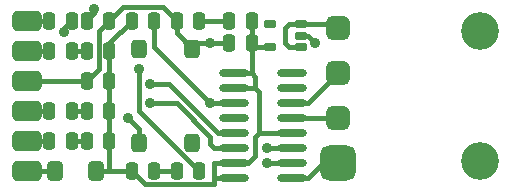
<source format=gbr>
%TF.GenerationSoftware,KiCad,Pcbnew,7.0.5*%
%TF.CreationDate,2023-10-06T16:43:15+02:00*%
%TF.ProjectId,USBTTLPGM_00,55534254-544c-4504-974d-5f30302e6b69,00*%
%TF.SameCoordinates,PX8b8aa80PY5faea10*%
%TF.FileFunction,Copper,L1,Top*%
%TF.FilePolarity,Positive*%
%FSLAX46Y46*%
G04 Gerber Fmt 4.6, Leading zero omitted, Abs format (unit mm)*
G04 Created by KiCad (PCBNEW 7.0.5) date 2023-10-06 16:43:15*
%MOMM*%
%LPD*%
G01*
G04 APERTURE LIST*
G04 Aperture macros list*
%AMRoundRect*
0 Rectangle with rounded corners*
0 $1 Rounding radius*
0 $2 $3 $4 $5 $6 $7 $8 $9 X,Y pos of 4 corners*
0 Add a 4 corners polygon primitive as box body*
4,1,4,$2,$3,$4,$5,$6,$7,$8,$9,$2,$3,0*
0 Add four circle primitives for the rounded corners*
1,1,$1+$1,$2,$3*
1,1,$1+$1,$4,$5*
1,1,$1+$1,$6,$7*
1,1,$1+$1,$8,$9*
0 Add four rect primitives between the rounded corners*
20,1,$1+$1,$2,$3,$4,$5,0*
20,1,$1+$1,$4,$5,$6,$7,0*
20,1,$1+$1,$6,$7,$8,$9,0*
20,1,$1+$1,$8,$9,$2,$3,0*%
G04 Aperture macros list end*
%TA.AperFunction,ComponentPad*%
%ADD10RoundRect,0.750000X-0.750000X-0.750000X0.750000X-0.750000X0.750000X0.750000X-0.750000X0.750000X0*%
%TD*%
%TA.AperFunction,ComponentPad*%
%ADD11RoundRect,0.500000X-0.500000X-0.500000X0.500000X-0.500000X0.500000X0.500000X-0.500000X0.500000X0*%
%TD*%
%TA.AperFunction,SMDPad,CuDef*%
%ADD12RoundRect,0.250000X-0.250000X-0.475000X0.250000X-0.475000X0.250000X0.475000X-0.250000X0.475000X0*%
%TD*%
%TA.AperFunction,SMDPad,CuDef*%
%ADD13RoundRect,0.250000X0.250000X0.475000X-0.250000X0.475000X-0.250000X-0.475000X0.250000X-0.475000X0*%
%TD*%
%TA.AperFunction,SMDPad,CuDef*%
%ADD14RoundRect,0.317500X0.952500X0.000000X-0.952500X0.000000X-0.952500X0.000000X0.952500X0.000000X0*%
%TD*%
%TA.AperFunction,SMDPad,CuDef*%
%ADD15RoundRect,0.150000X0.400000X0.150000X-0.400000X0.150000X-0.400000X-0.150000X0.400000X-0.150000X0*%
%TD*%
%TA.AperFunction,SMDPad,CuDef*%
%ADD16RoundRect,0.325000X0.325000X-0.450000X0.325000X0.450000X-0.325000X0.450000X-0.325000X-0.450000X0*%
%TD*%
%TA.AperFunction,ComponentPad*%
%ADD17RoundRect,0.437500X0.812500X0.437500X-0.812500X0.437500X-0.812500X-0.437500X0.812500X-0.437500X0*%
%TD*%
%TA.AperFunction,SMDPad,CuDef*%
%ADD18RoundRect,0.325000X-0.325000X-0.525000X0.325000X-0.525000X0.325000X0.525000X-0.325000X0.525000X0*%
%TD*%
%TA.AperFunction,ViaPad*%
%ADD19C,3.200000*%
%TD*%
%TA.AperFunction,ViaPad*%
%ADD20C,0.900000*%
%TD*%
%TA.AperFunction,Conductor*%
%ADD21C,0.406400*%
%TD*%
G04 APERTURE END LIST*
D10*
%TO.P,CN4,1,1*%
%TO.N,GND*%
X6715000Y-5715000D03*
%TD*%
D11*
%TO.P,CN3,1,1*%
%TO.N,Net-(IC2-USBDP)*%
X6715000Y-1905000D03*
%TD*%
%TO.P,CN2,1,1*%
%TO.N,Net-(IC2-USBDM)*%
X6715000Y1905000D03*
%TD*%
%TO.P,CN1,1,1*%
%TO.N,Net-(IC1-EN)*%
X6715000Y5715000D03*
%TD*%
D12*
%TO.P,LD5,A,A*%
%TO.N,Net-(D1-A)*%
X-590000Y6350000D03*
%TO.P,LD5,C,C*%
%TO.N,Net-(LD5-PadC)*%
X-2490000Y6350000D03*
%TD*%
%TO.P,LD4,A,A*%
%TO.N,Net-(LD4-PadA)*%
X-15830000Y-1270000D03*
%TO.P,LD4,C,C*%
%TO.N,Net-(IC2-RXD)*%
X-17730000Y-1270000D03*
%TD*%
D13*
%TO.P,LD2,A,A*%
%TO.N,Net-(LD2-PadA)*%
X-6935000Y-6350000D03*
%TO.P,LD2,C,C*%
%TO.N,Net-(LD2-PadC)*%
X-5035000Y-6350000D03*
%TD*%
D12*
%TO.P,LD1,A,A*%
%TO.N,Net-(LD1-PadA)*%
X-15830000Y3810000D03*
%TO.P,LD1,C,C*%
%TO.N,Net-(IC2-~{RTS})*%
X-17730000Y3810000D03*
%TD*%
D14*
%TO.P,IC2,16,VCC*%
%TO.N,Net-(D1-A)*%
X-2098800Y-6985000D03*
%TO.P,IC2,15,RS232*%
X-2098800Y-5715000D03*
%TO.P,IC2,14,~{RTS}*%
%TO.N,Net-(IC2-~{RTS})*%
X-2098800Y-4445000D03*
%TO.P,IC2,13,~{DTR}*%
%TO.N,Net-(IC2-~{DTR})*%
X-2098800Y-3175000D03*
%TO.P,IC2,12,~{DCD}*%
%TO.N,unconnected-(IC2-~{DCD}-Pad12)*%
X-2098800Y-1905000D03*
%TO.P,IC2,11,~{RI}*%
%TO.N,Net-(IC2-~{RI})*%
X-2098800Y-635000D03*
%TO.P,IC2,10,~{DSR}*%
%TO.N,Net-(D1-A)*%
X-2098800Y635000D03*
%TO.P,IC2,9,~{CTS}*%
X-2098800Y1905000D03*
%TO.P,IC2,8,N.C.*%
%TO.N,unconnected-(IC2-N.C.-Pad8)*%
X2828800Y1905000D03*
%TO.P,IC2,7,N.C.*%
%TO.N,unconnected-(IC2-N.C.-Pad7)*%
X2828800Y635000D03*
%TO.P,IC2,6,USBDM*%
%TO.N,Net-(IC2-USBDM)*%
X2828800Y-635000D03*
%TO.P,IC2,5,USBDP*%
%TO.N,Net-(IC2-USBDP)*%
X2828800Y-1905000D03*
%TO.P,IC2,4,V3*%
%TO.N,Net-(D1-A)*%
X2828800Y-3175000D03*
%TO.P,IC2,3,RXD*%
%TO.N,Net-(IC2-RXD)*%
X2828800Y-4445000D03*
%TO.P,IC2,2,TXD*%
%TO.N,Net-(IC2-TXD)*%
X2828800Y-5715000D03*
%TO.P,IC2,1,GND*%
%TO.N,GND*%
X2828800Y-6985000D03*
%TD*%
D15*
%TO.P,IC1,5,OUT*%
%TO.N,Net-(D1-A)*%
X970000Y4130000D03*
%TO.P,IC1,4*%
%TO.N,N/C*%
X970000Y6030000D03*
%TO.P,IC1,3,EN*%
%TO.N,Net-(IC1-EN)*%
X3570000Y6030000D03*
%TO.P,IC1,2,GND*%
%TO.N,GND*%
X3570000Y5080000D03*
%TO.P,IC1,1,VIN*%
%TO.N,Net-(IC1-EN)*%
X3570000Y4130000D03*
%TD*%
D12*
%TO.P,C2,1,1*%
%TO.N,GND*%
X-14555000Y1270000D03*
%TO.P,C2,2,2*%
%TO.N,Net-(D1-A)*%
X-12655000Y1270000D03*
%TD*%
D13*
%TO.P,C1,1,1*%
%TO.N,Net-(D1-A)*%
X-590000Y4445000D03*
%TO.P,C1,2,2*%
%TO.N,GND*%
X-2490000Y4445000D03*
%TD*%
D16*
%TO.P,SW1,1,1*%
%TO.N,Net-(IC2-~{RI})*%
X-10140000Y-3975000D03*
%TO.P,SW1,2,2*%
%TO.N,unconnected-(SW1-Pad2)*%
X-5640000Y-3975000D03*
%TO.P,SW1,3,3*%
%TO.N,unconnected-(SW1-Pad3)*%
X-10140000Y3975000D03*
%TO.P,SW1,4,4*%
%TO.N,GND*%
X-5640000Y3975000D03*
%TD*%
D12*
%TO.P,R10,1,1*%
%TO.N,GND*%
X-6935000Y6350000D03*
%TO.P,R10,2,2*%
%TO.N,Net-(LD5-PadC)*%
X-5035000Y6350000D03*
%TD*%
%TO.P,R9,2,2*%
%TO.N,Net-(D1-A)*%
X-12655000Y-1270000D03*
%TO.P,R9,1,1*%
%TO.N,Net-(LD4-PadA)*%
X-14555000Y-1270000D03*
%TD*%
%TO.P,R8,2,2*%
%TO.N,Net-(D1-A)*%
X-12655000Y-3810000D03*
%TO.P,R8,1,1*%
%TO.N,Net-(LD3-PadA)*%
X-14555000Y-3810000D03*
%TD*%
D13*
%TO.P,R5,2,2*%
%TO.N,Net-(LD2-PadC)*%
X-14555000Y6350000D03*
%TO.P,R5,1,1*%
%TO.N,GND*%
X-12655000Y6350000D03*
%TD*%
%TO.P,R4,1,1*%
%TO.N,Net-(IC2-~{DTR})*%
X-15830000Y6350000D03*
%TO.P,R4,2,2*%
%TO.N,Net-(LD2-PadC)*%
X-17730000Y6350000D03*
%TD*%
%TO.P,R3,1,1*%
%TO.N,Net-(LD2-PadA)*%
X-8845000Y-6350000D03*
%TO.P,R3,2,2*%
%TO.N,Net-(D1-A)*%
X-10745000Y-6350000D03*
%TD*%
D12*
%TO.P,R2,1,1*%
%TO.N,Net-(LD1-PadA)*%
X-14555000Y3810000D03*
%TO.P,R2,2,2*%
%TO.N,Net-(D1-A)*%
X-12655000Y3810000D03*
%TD*%
D13*
%TO.P,R1,1,1*%
%TO.N,Net-(IC2-~{RI})*%
X-8845000Y6350000D03*
%TO.P,R1,2,2*%
%TO.N,Net-(D1-A)*%
X-10745000Y6350000D03*
%TD*%
D17*
%TO.P,P6,1,1*%
%TO.N,Net-(D1-C)*%
X-19620000Y-6350000D03*
%TD*%
%TO.P,P5,1,1*%
%TO.N,Net-(IC2-TXD)*%
X-19620000Y-3810000D03*
%TD*%
%TO.P,P4,1,1*%
%TO.N,Net-(IC2-RXD)*%
X-19620000Y-1270000D03*
%TD*%
%TO.P,P3,1,1*%
%TO.N,GND*%
X-19620000Y1270000D03*
%TD*%
%TO.P,P2,1,1*%
%TO.N,Net-(IC2-~{RTS})*%
X-19620000Y3810000D03*
%TD*%
%TO.P,P1,1,1*%
%TO.N,Net-(LD2-PadC)*%
X-19620000Y6350000D03*
%TD*%
D12*
%TO.P,LD3,A,A*%
%TO.N,Net-(LD3-PadA)*%
X-15830000Y-3810000D03*
%TO.P,LD3,C,C*%
%TO.N,Net-(IC2-TXD)*%
X-17730000Y-3810000D03*
%TD*%
D18*
%TO.P,D1,1,C*%
%TO.N,Net-(D1-C)*%
X-17260000Y-6350000D03*
%TO.P,D1,2,A*%
%TO.N,Net-(D1-A)*%
X-13760000Y-6350000D03*
%TD*%
D19*
%TO.N,*%
X18780000Y-5500000D03*
X18780000Y5500000D03*
D20*
%TO.N,GND*%
X-4080000Y4445000D03*
X4810000Y4434475D03*
%TO.N,Net-(IC2-~{RI})*%
X-4080000Y-635000D03*
X-11065000Y-1905000D03*
%TO.N,Net-(LD2-PadC)*%
X-13922500Y7302500D03*
X-10112500Y2222500D03*
%TO.N,Net-(IC2-~{DTR})*%
X-16462500Y5397500D03*
X-9160000Y952500D03*
%TO.N,Net-(IC2-~{RTS})*%
X-9160000Y-635000D03*
%TO.N,Net-(IC2-RXD)*%
X682500Y-4445000D03*
%TO.N,Net-(IC2-TXD)*%
X682500Y-5715000D03*
%TD*%
D21*
%TO.N,Net-(IC2-~{RTS})*%
X-4080000Y-3492500D02*
X-6937500Y-635000D01*
X-6937500Y-635000D02*
X-9160000Y-635000D01*
X-4080000Y-4127500D02*
X-4080000Y-3492500D01*
X-3762500Y-4445000D02*
X-4080000Y-4127500D01*
X-2098800Y-4445000D02*
X-3762500Y-4445000D01*
%TO.N,Net-(LD1-PadA)*%
X-14555000Y3810000D02*
X-15830000Y3810000D01*
%TO.N,Net-(LD2-PadC)*%
X-10112500Y-1307330D02*
X-5069830Y-6350000D01*
X-5069830Y-6350000D02*
X-5035000Y-6350000D01*
X-10112500Y2222500D02*
X-10112500Y-1307330D01*
X-13922500Y7302500D02*
X-13922500Y6982500D01*
X-13922500Y6982500D02*
X-14555000Y6350000D01*
%TO.N,Net-(D1-A)*%
X-270000Y-5080000D02*
X-905000Y-5715000D01*
X47500Y-3175000D02*
X-270000Y-3492500D01*
X-270000Y-3492500D02*
X-270000Y-5080000D01*
X-905000Y-5715000D02*
X-2098800Y-5715000D01*
%TO.N,GND*%
X-5170000Y4445000D02*
X-2490000Y4445000D01*
X-5640000Y3975000D02*
X-5170000Y4445000D01*
%TO.N,Net-(D1-A)*%
X-587500Y4442500D02*
X-590000Y4445000D01*
X-587500Y1905000D02*
X-587500Y4442500D01*
X47500Y317500D02*
X-270000Y635000D01*
X47500Y-3175000D02*
X47500Y317500D01*
X2828800Y-3175000D02*
X47500Y-3175000D01*
%TO.N,Net-(LD5-PadC)*%
X-2490000Y6350000D02*
X-5035000Y6350000D01*
%TO.N,Net-(IC2-~{RI})*%
X-8845000Y4130000D02*
X-4080000Y-635000D01*
X-8845000Y6350000D02*
X-8845000Y4130000D01*
X-4080000Y-635000D02*
X-2098800Y-635000D01*
X-10140000Y-2830000D02*
X-11065000Y-1905000D01*
X-10140000Y-3975000D02*
X-10140000Y-2830000D01*
%TO.N,Net-(IC2-~{DTR})*%
X-16462500Y5717500D02*
X-15830000Y6350000D01*
X-16462500Y5397500D02*
X-16462500Y5717500D01*
X-7572500Y952500D02*
X-9160000Y952500D01*
X-3445000Y-3175000D02*
X-7572500Y952500D01*
X-2098800Y-3175000D02*
X-3445000Y-3175000D01*
%TO.N,Net-(LD2-PadA)*%
X-8845000Y-6350000D02*
X-6935000Y-6350000D01*
%TO.N,Net-(IC2-RXD)*%
X2828800Y-4445000D02*
X682500Y-4445000D01*
%TO.N,Net-(IC2-TXD)*%
X2828800Y-5715000D02*
X682500Y-5715000D01*
%TO.N,Net-(IC2-USBDM)*%
X4175000Y-635000D02*
X6715000Y1905000D01*
X2828800Y-635000D02*
X4175000Y-635000D01*
%TO.N,Net-(IC2-USBDP)*%
X2828800Y-1905000D02*
X6715000Y-1905000D01*
%TO.N,GND*%
X4175000Y-6985000D02*
X2828800Y-6985000D01*
X5445000Y-5715000D02*
X4175000Y-6985000D01*
X6715000Y-5715000D02*
X5445000Y-5715000D01*
%TO.N,Net-(D1-A)*%
X-587500Y1905000D02*
X-2098800Y1905000D01*
X-270000Y1587500D02*
X-587500Y1905000D01*
X-270000Y635000D02*
X-270000Y1587500D01*
X-270000Y635000D02*
X-2098800Y635000D01*
X-590000Y4445000D02*
X-590000Y6350000D01*
X-275000Y4130000D02*
X-590000Y4445000D01*
X970000Y4130000D02*
X-275000Y4130000D01*
%TO.N,Net-(IC1-EN)*%
X2585000Y6030000D02*
X3570000Y6030000D01*
X2270000Y5715000D02*
X2585000Y6030000D01*
X2270000Y4445000D02*
X2270000Y5715000D01*
X2585000Y4130000D02*
X2270000Y4445000D01*
X3570000Y4130000D02*
X2585000Y4130000D01*
X6715000Y5715000D02*
X6400000Y6030000D01*
X6400000Y6030000D02*
X3570000Y6030000D01*
%TO.N,GND*%
X4810000Y4434475D02*
X4164475Y5080000D01*
X4164475Y5080000D02*
X3570000Y5080000D01*
X-6935000Y5270000D02*
X-5640000Y3975000D01*
X-6935000Y6350000D02*
X-6935000Y5270000D01*
X-8063200Y7478200D02*
X-6935000Y6350000D01*
X-11526800Y7478200D02*
X-8063200Y7478200D01*
X-12655000Y6350000D02*
X-11526800Y7478200D01*
X-13558200Y5446800D02*
X-12655000Y6350000D01*
X-13558200Y2266800D02*
X-13558200Y5446800D01*
X-14555000Y1270000D02*
X-13558200Y2266800D01*
X-14555000Y1270000D02*
X-19320000Y1270000D01*
%TO.N,Net-(LD3-PadA)*%
X-15830000Y-3810000D02*
X-14555000Y-3810000D01*
%TO.N,Net-(LD4-PadA)*%
X-14555000Y-1270000D02*
X-15830000Y-1270000D01*
%TO.N,Net-(D1-A)*%
X-3762500Y-6985000D02*
X-2098800Y-6985000D01*
X-3762500Y-7478200D02*
X-3762500Y-6985000D01*
X-9616800Y-7478200D02*
X-3762500Y-7478200D01*
X-10745000Y-6350000D02*
X-9616800Y-7478200D01*
X-2098800Y-5715000D02*
X-3762500Y-5715000D01*
X-3762500Y-5715000D02*
X-3762500Y-7478200D01*
X-12655000Y4440000D02*
X-10745000Y6350000D01*
X-12655000Y3810000D02*
X-12655000Y4440000D01*
X-12655000Y1270000D02*
X-12655000Y3810000D01*
X-12655000Y-1270000D02*
X-12655000Y1270000D01*
X-12655000Y-3810000D02*
X-12655000Y-1270000D01*
X-12655000Y-3810000D02*
X-12655000Y-6350000D01*
X-12335000Y-6350000D02*
X-10745000Y-6350000D01*
X-13760000Y-6350000D02*
X-12335000Y-6350000D01*
%TO.N,Net-(D1-C)*%
X-19320000Y-6350000D02*
X-17260000Y-6350000D01*
%TO.N,Net-(IC2-TXD)*%
X-19320000Y-3810000D02*
X-17730000Y-3810000D01*
%TO.N,Net-(IC2-RXD)*%
X-19320000Y-1270000D02*
X-17730000Y-1270000D01*
%TO.N,Net-(IC2-~{RTS})*%
X-19320000Y3810000D02*
X-17730000Y3810000D01*
%TO.N,Net-(LD2-PadC)*%
X-17730000Y6350000D02*
X-19320000Y6350000D01*
%TD*%
M02*

</source>
